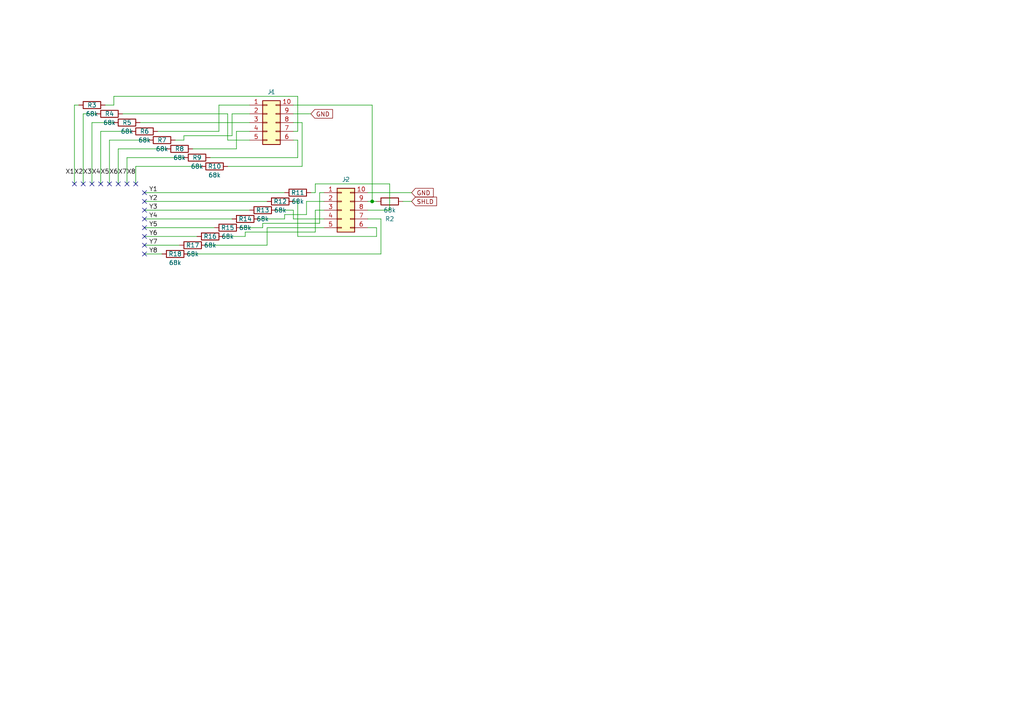
<source format=kicad_sch>
(kicad_sch (version 20230121) (generator eeschema)
  (paper "A4")
  (title_block (title "BauMaus"))
  (lib_symbols
    (symbol "Conn_02x05_Counter_Clockwise_1" (pin_names (offset 1.016) hide)
      (property "Reference" "J1" (at 1.27 8.89 0))
      (property "Value" "~" (at 1.27 8.89 0))
      (symbol "Conn_02x05_Counter_Clockwise_1_1_1"
        (rectangle (start -1.27 -4.953) (end 0 -5.207) (stroke (width 0.1524)))
        (rectangle (start -1.27 -2.413) (end 0 -2.667) (stroke (width 0.1524)))
        (rectangle (start -1.27 0.127) (end 0 -0.127) (stroke (width 0.1524)))
        (rectangle (start -1.27 2.667) (end 0 2.413) (stroke (width 0.1524)))
        (rectangle (start -1.27 5.207) (end 0 4.953) (stroke (width 0.1524)))
        (rectangle (start -1.27 6.35) (end 3.81 -6.35) (stroke (width 0.254)) (fill (type background)))
        (rectangle (start 3.81 -4.953) (end 2.54 -5.207) (stroke (width 0.1524)))
        (rectangle (start 3.81 -2.413) (end 2.54 -2.667) (stroke (width 0.1524)))
        (rectangle (start 3.81 0.127) (end 2.54 -0.127) (stroke (width 0.1524)))
        (rectangle (start 3.81 2.667) (end 2.54 2.413) (stroke (width 0.1524)))
        (rectangle (start 3.81 5.207) (end 2.54 4.953) (stroke (width 0.1524)))
        (pin bidirectional line (at -5.08 5.08 0) (length 3.81) (name "Pin_1") (number "1"))
        (pin output line (at 7.62 5.08 180) (length 3.81) (name "Pin_10") (number "10"))
        (pin bidirectional line (at -5.08 2.54 0) (length 3.81) (name "Pin_2") (number "2"))
        (pin bidirectional line (at -5.08 0 0) (length 3.81) (name "Pin_3") (number "3"))
        (pin bidirectional line (at -5.08 -2.54 0) (length 3.81) (name "Pin_4") (number "4"))
        (pin bidirectional line (at -5.08 -5.08 0) (length 3.81) (name "Pin_5") (number "5"))
        (pin bidirectional line (at 7.62 -5.08 180) (length 3.81) (name "Pin_6") (number "6"))
        (pin bidirectional line (at 7.62 -2.54 180) (length 3.81) (name "Pin_7") (number "7"))
        (pin bidirectional line (at 7.62 0 180) (length 3.81) (name "Pin_8") (number "8"))
        (pin power_out line (at 7.62 2.54 180) (length 3.81) (name "Pin_9") (number "9"))
      )
    )
    (symbol "Connector_Generic:Conn_02x05_Counter_Clockwise" (pin_names (offset 1.016) hide)
      (property "Reference" "J2" (at 1.27 8.89 0))
      (property "Value" "~" (at 1.27 8.89 0))
      (symbol "Conn_02x05_Counter_Clockwise_1_1"
        (rectangle (start -1.27 -4.953) (end 0 -5.207) (stroke (width 0.1524)))
        (rectangle (start -1.27 -2.413) (end 0 -2.667) (stroke (width 0.1524)))
        (rectangle (start -1.27 0.127) (end 0 -0.127) (stroke (width 0.1524)))
        (rectangle (start -1.27 2.667) (end 0 2.413) (stroke (width 0.1524)))
        (rectangle (start -1.27 5.207) (end 0 4.953) (stroke (width 0.1524)))
        (rectangle (start -1.27 6.35) (end 3.81 -6.35) (stroke (width 0.254)) (fill (type background)))
        (rectangle (start 3.81 -4.953) (end 2.54 -5.207) (stroke (width 0.1524)))
        (rectangle (start 3.81 -2.413) (end 2.54 -2.667) (stroke (width 0.1524)))
        (rectangle (start 3.81 0.127) (end 2.54 -0.127) (stroke (width 0.1524)))
        (rectangle (start 3.81 2.667) (end 2.54 2.413) (stroke (width 0.1524)))
        (rectangle (start 3.81 5.207) (end 2.54 4.953) (stroke (width 0.1524)))
        (pin passive line (at -5.08 5.08 0) (length 3.81) (name "Pin_1") (number "1"))
        (pin power_out line (at 7.62 5.08 180) (length 3.81) (name "Pin_10") (number "10"))
        (pin passive line (at -5.08 2.54 0) (length 3.81) (name "Pin_2") (number "2"))
        (pin passive line (at -5.08 0 0) (length 3.81) (name "Pin_3") (number "3"))
        (pin passive line (at -5.08 -2.54 0) (length 3.81) (name "Pin_4") (number "4"))
        (pin passive line (at -5.08 -5.08 0) (length 3.81) (name "Pin_5") (number "5"))
        (pin passive line (at 7.62 -5.08 180) (length 3.81) (name "Pin_6") (number "6"))
        (pin passive line (at 7.62 -2.54 180) (length 3.81) (name "Pin_7") (number "7"))
        (pin passive line (at 7.62 0 180) (length 3.81) (name "Pin_8") (number "8"))
        (pin output line (at 7.62 2.54 180) (length 3.81) (name "Pin_9") (number "9"))
      )
    )
    (symbol "Device:R" (pin_numbers hide) (pin_names (offset 0))
      (property "Reference" "R" (at 2.032 0 90))
      (property "Value" "R" (at 0 0 90))
      (symbol "R_0_1"
        (rectangle (start -1.016 -2.54) (end 1.016 2.54) (stroke (width 0.254)))
      )
      (symbol "R_1_1"
        (pin passive line (at 0 3.81 270) (length 1.27) (name "~") (number "1"))
        (pin passive line (at 0 -3.81 90) (length 1.27) (name "~") (number "2"))
      )
    )
  )
  (junction (at 107.95 58.42))
  (no_connect (at 34.29 53.34))
  (no_connect (at 41.91 58.42))
  (no_connect (at 21.59 53.34))
  (no_connect (at 41.91 55.88))
  (no_connect (at 26.67 53.34))
  (no_connect (at 41.91 63.5))
  (no_connect (at 39.37 53.34))
  (no_connect (at 41.91 68.58))
  (no_connect (at 29.21 53.34))
  (no_connect (at 41.91 66.04))
  (no_connect (at 41.91 71.12))
  (no_connect (at 41.91 60.96))
  (no_connect (at 41.91 73.66))
  (no_connect (at 24.13 53.34))
  (no_connect (at 36.83 53.34))
  (no_connect (at 31.75 53.34))
  (wire (pts (xy 85.09 63.5) (xy 85.09 60.96)))
  (wire (pts (xy 27.94 33.02) (xy 24.13 33.02)))
  (wire (pts (xy 39.37 48.26) (xy 39.37 53.34)))
  (wire (pts (xy 93.98 58.42) (xy 88.9 58.42)))
  (wire (pts (xy 91.44 53.34) (xy 91.44 55.88)))
  (wire (pts (xy 41.91 60.96) (xy 72.39 60.96)))
  (wire (pts (xy 38.1 38.1) (xy 29.21 38.1)))
  (wire (pts (xy 93.98 60.96) (xy 91.44 60.96)))
  (wire (pts (xy 110.49 73.66) (xy 54.61 73.66)))
  (wire (pts (xy 41.91 58.42) (xy 77.47 58.42)))
  (wire (pts (xy 59.69 71.12) (xy 77.47 71.12)))
  (wire (pts (xy 53.34 39.37) (xy 53.34 40.64)))
  (wire (pts (xy 91.44 60.96) (xy 91.44 67.31)))
  (wire (pts (xy 53.34 45.72) (xy 36.83 45.72)))
  (wire (pts (xy 36.83 45.72) (xy 36.83 53.34)))
  (wire (pts (xy 113.03 53.34) (xy 91.44 53.34)))
  (wire (pts (xy 86.36 68.58) (xy 86.36 58.42)))
  (wire (pts (xy 48.26 43.18) (xy 34.29 43.18)))
  (wire (pts (xy 87.63 35.56) (xy 87.63 48.26)))
  (wire (pts (xy 72.39 38.1) (xy 68.58 38.1)))
  (wire (pts (xy 85.09 60.96) (xy 80.01 60.96)))
  (wire (pts (xy 24.13 33.02) (xy 24.13 53.34)))
  (wire (pts (xy 33.02 35.56) (xy 26.67 35.56)))
  (wire (pts (xy 82.55 62.23) (xy 82.55 63.5)))
  (wire (pts (xy 92.71 64.77) (xy 76.2 64.77)))
  (wire (pts (xy 91.44 55.88) (xy 90.17 55.88)))
  (wire (pts (xy 85.09 30.48) (xy 107.95 30.48)))
  (wire (pts (xy 86.36 27.94) (xy 33.02 27.94)))
  (wire (pts (xy 74.93 63.5) (xy 82.55 63.5)))
  (wire (pts (xy 116.84 58.42) (xy 119.38 58.42)))
  (wire (pts (xy 63.5 30.48) (xy 63.5 38.1)))
  (wire (pts (xy 106.68 60.96) (xy 113.03 60.96)))
  (wire (pts (xy 40.64 35.56) (xy 72.39 35.56)))
  (wire (pts (xy 109.22 68.58) (xy 86.36 68.58)))
  (wire (pts (xy 66.04 33.02) (xy 66.04 40.64)))
  (wire (pts (xy 86.36 40.64) (xy 86.36 45.72)))
  (wire (pts (xy 86.36 58.42) (xy 85.09 58.42)))
  (wire (pts (xy 76.2 64.77) (xy 76.2 66.04)))
  (wire (pts (xy 72.39 30.48) (xy 63.5 30.48)))
  (wire (pts (xy 41.91 68.58) (xy 57.15 68.58)))
  (wire (pts (xy 43.18 40.64) (xy 31.75 40.64)))
  (wire (pts (xy 85.09 33.02) (xy 90.17 33.02)))
  (wire (pts (xy 22.86 30.48) (xy 21.59 30.48)))
  (wire (pts (xy 34.29 43.18) (xy 34.29 53.34)))
  (wire (pts (xy 93.98 55.88) (xy 92.71 55.88)))
  (wire (pts (xy 45.72 38.1) (xy 63.5 38.1)))
  (wire (pts (xy 31.75 40.64) (xy 31.75 53.34)))
  (wire (pts (xy 21.59 30.48) (xy 21.59 53.34)))
  (wire (pts (xy 29.21 38.1) (xy 29.21 53.34)))
  (wire (pts (xy 92.71 55.88) (xy 92.71 64.77)))
  (wire (pts (xy 41.91 66.04) (xy 62.23 66.04)))
  (wire (pts (xy 71.12 67.31) (xy 71.12 68.58)))
  (wire (pts (xy 86.36 45.72) (xy 60.96 45.72)))
  (wire (pts (xy 91.44 67.31) (xy 71.12 67.31)))
  (wire (pts (xy 58.42 48.26) (xy 39.37 48.26)))
  (wire (pts (xy 110.49 63.5) (xy 110.49 73.66)))
  (wire (pts (xy 113.03 60.96) (xy 113.03 53.34)))
  (wire (pts (xy 41.91 63.5) (xy 67.31 63.5)))
  (wire (pts (xy 85.09 38.1) (xy 86.36 38.1)))
  (wire (pts (xy 35.56 33.02) (xy 66.04 33.02)))
  (wire (pts (xy 85.09 40.64) (xy 86.36 40.64)))
  (wire (pts (xy 41.91 55.88) (xy 82.55 55.88)))
  (wire (pts (xy 106.68 58.42) (xy 107.95 58.42)))
  (wire (pts (xy 119.38 55.88) (xy 106.68 55.88)))
  (wire (pts (xy 41.91 71.12) (xy 52.07 71.12)))
  (wire (pts (xy 26.67 35.56) (xy 26.67 53.34)))
  (wire (pts (xy 50.8 40.64) (xy 53.34 40.64)))
  (wire (pts (xy 72.39 40.64) (xy 66.04 40.64)))
  (wire (pts (xy 107.95 30.48) (xy 107.95 58.42)))
  (wire (pts (xy 85.09 35.56) (xy 87.63 35.56)))
  (wire (pts (xy 93.98 66.04) (xy 77.47 66.04)))
  (wire (pts (xy 71.12 68.58) (xy 64.77 68.58)))
  (wire (pts (xy 33.02 27.94) (xy 33.02 30.48)))
  (wire (pts (xy 88.9 58.42) (xy 88.9 62.23)))
  (wire (pts (xy 77.47 66.04) (xy 77.47 71.12)))
  (wire (pts (xy 69.85 66.04) (xy 76.2 66.04)))
  (wire (pts (xy 109.22 66.04) (xy 109.22 68.58)))
  (wire (pts (xy 88.9 62.23) (xy 82.55 62.23)))
  (wire (pts (xy 106.68 63.5) (xy 110.49 63.5)))
  (wire (pts (xy 93.98 63.5) (xy 85.09 63.5)))
  (wire (pts (xy 68.58 38.1) (xy 68.58 43.18)))
  (wire (pts (xy 107.95 58.42) (xy 109.22 58.42)))
  (wire (pts (xy 72.39 33.02) (xy 67.31 33.02)))
  (wire (pts (xy 67.31 39.37) (xy 53.34 39.37)))
  (wire (pts (xy 33.02 30.48) (xy 30.48 30.48)))
  (wire (pts (xy 41.91 73.66) (xy 46.99 73.66)))
  (wire (pts (xy 55.88 43.18) (xy 68.58 43.18)))
  (wire (pts (xy 87.63 48.26) (xy 66.04 48.26)))
  (wire (pts (xy 106.68 66.04) (xy 109.22 66.04)))
  (wire (pts (xy 67.31 33.02) (xy 67.31 39.37)))
  (wire (pts (xy 86.36 38.1) (xy 86.36 27.94)))
  (label "X6" (at 34.29 50.8 180))
  (label "Y3" (at 45.72 60.96 180))
  (label "X7" (at 36.83 50.8 180))
  (label "X3" (at 26.67 50.8 180))
  (label "X8" (at 39.37 50.8 180))
  (label "X1" (at 21.59 50.8 180))
  (label "Y1" (at 45.72 55.88 180))
  (label "Y5" (at 45.72 66.04 180))
  (label "X2" (at 24.13 50.8 180))
  (label "Y4" (at 45.72 63.5 180))
  (label "X5" (at 31.75 50.8 180))
  (label "Y7" (at 45.72 71.12 180))
  (label "Y8" (at 45.72 73.66 180))
  (label "Y6" (at 45.72 68.58 180))
  (label "Y2" (at 45.72 58.42 180))
  (label "X4" (at 29.21 50.8 180))
  (global_label "GND" (shape input) (at 90.17 33.02 0) (property "Intersheetrefs" "${INTERSHEET_REFS}" (effects hide)))
  (global_label "SHLD" (shape input) (at 119.38 58.42 0) (property "Intersheetrefs" "${INTERSHEET_REFS}" (effects hide)))
  (global_label "GND" (shape input) (at 119.38 55.88 0) (property "Intersheetrefs" "${INTERSHEET_REFS}" (effects hide)))
  (symbol (lib_id "Device:R") (at 46.99 40.64 270) (unit 1)
    (property "Reference" "R7" (at 46.99 40.64 90))
    (property "Value" "68k" (at 46.99 43.18 90))
    (property "Footprint" "Resistor_SMD:R_0805_2012Metric_Pad1.20x1.40mm_HandSolder" (effects hide))
  )
  (symbol (lib_id "Device:R") (at 113.03 58.42 270) (unit 1)
    (property "Reference" "R2" (at 113.03 63.5 90))
    (property "Value" "68k" (at 113.03 60.96 90))
    (property "Footprint" "Resistor_SMD:R_0805_2012Metric_Pad1.20x1.40mm_HandSolder" (effects hide))
  )
  (symbol (lib_id "Device:R") (at 31.75 33.02 270) (unit 1)
    (property "Reference" "R4" (at 31.75 33.02 90))
    (property "Value" "68k" (at 31.75 35.56 90))
    (property "Footprint" "Resistor_SMD:R_0805_2012Metric_Pad1.20x1.40mm_HandSolder" (effects hide))
  )
  (symbol (lib_id "Device:R") (at 41.91 38.1 270) (unit 1)
    (property "Reference" "R6" (at 41.91 38.1 90))
    (property "Value" "68k" (at 41.91 40.64 90))
    (property "Footprint" "Resistor_SMD:R_0805_2012Metric_Pad1.20x1.40mm_HandSolder" (effects hide))
  )
  (symbol (lib_id "Device:R") (at 26.67 30.48 270) (unit 1)
    (property "Reference" "R3" (at 26.67 30.48 90))
    (property "Value" "68k" (at 26.67 33.02 90))
    (property "Footprint" "Resistor_SMD:R_0805_2012Metric_Pad1.20x1.40mm_HandSolder" (effects hide))
  )
  (symbol (lib_id "Device:R") (at 50.8 73.66 270) (unit 1)
    (property "Reference" "R18" (at 50.8 73.66 90))
    (property "Value" "68k" (at 50.8 76.2 90))
    (property "Footprint" "Resistor_SMD:R_0805_2012Metric_Pad1.20x1.40mm_HandSolder" (effects hide))
  )
  (symbol (lib_id "Device:R") (at 55.88 71.12 270) (unit 1)
    (property "Reference" "R17" (at 55.88 71.12 90))
    (property "Value" "68k" (at 55.88 73.66 90))
    (property "Footprint" "Resistor_SMD:R_0805_2012Metric_Pad1.20x1.40mm_HandSolder" (effects hide))
  )
  (symbol (lib_id "Device:R") (at 86.36 55.88 270) (unit 1)
    (property "Reference" "R11" (at 86.36 55.88 90))
    (property "Value" "68k" (at 86.36 58.42 90))
    (property "Footprint" "Resistor_SMD:R_0805_2012Metric_Pad1.20x1.40mm_HandSolder" (effects hide))
  )
  (symbol (lib_id "Device:R") (at 36.83 35.56 270) (unit 1)
    (property "Reference" "R5" (at 36.83 35.56 90))
    (property "Value" "68k" (at 36.83 38.1 90))
    (property "Footprint" "Resistor_SMD:R_0805_2012Metric_Pad1.20x1.40mm_HandSolder" (effects hide))
  )
  (symbol (lib_id "Device:R") (at 60.96 68.58 270) (unit 1)
    (property "Reference" "R16" (at 60.96 68.58 90))
    (property "Value" "68k" (at 60.96 71.12 90))
    (property "Footprint" "Resistor_SMD:R_0805_2012Metric_Pad1.20x1.40mm_HandSolder" (effects hide))
  )
  (symbol (lib_id "Connector_Generic:Conn_02x05_Counter_Clockwise") (at 99.06 60.96 0) (unit 1)
    (property "Reference" "J2" (at 100.33 52.07 0))
    (property "Value" "~" (at 100.33 52.07 0))
    (property "Footprint" "Connector_PinSocket_1.27mm:PinSocket_2x05_P1.27mm_Vertical_SMD" (effects hide))
  )
  (symbol (lib_id "Device:R") (at 57.15 45.72 270) (unit 1)
    (property "Reference" "R9" (at 57.15 45.72 90))
    (property "Value" "68k" (at 57.15 48.26 90))
    (property "Footprint" "Resistor_SMD:R_0805_2012Metric_Pad1.20x1.40mm_HandSolder" (effects hide))
  )
  (symbol (lib_id "Device:R") (at 62.23 48.26 270) (unit 1)
    (property "Reference" "R10" (at 62.23 48.26 90))
    (property "Value" "68k" (at 62.23 50.8 90))
    (property "Footprint" "Resistor_SMD:R_0805_2012Metric_Pad1.20x1.40mm_HandSolder" (effects hide))
  )
  (symbol (lib_id "Device:R") (at 66.04 66.04 270) (unit 1)
    (property "Reference" "R15" (at 66.04 66.04 90))
    (property "Value" "68k" (at 66.04 68.58 90))
    (property "Footprint" "Resistor_SMD:R_0805_2012Metric_Pad1.20x1.40mm_HandSolder" (effects hide))
  )
  (symbol (lib_id "Device:R") (at 76.2 60.96 270) (unit 1)
    (property "Reference" "R13" (at 76.2 60.96 90))
    (property "Value" "68k" (at 76.2 63.5 90))
    (property "Footprint" "Resistor_SMD:R_0805_2012Metric_Pad1.20x1.40mm_HandSolder" (effects hide))
  )
  (symbol (lib_id "Device:R") (at 81.28 58.42 270) (unit 1)
    (property "Reference" "R12" (at 81.28 58.42 90))
    (property "Value" "68k" (at 81.28 60.96 90))
    (property "Footprint" "Resistor_SMD:R_0805_2012Metric_Pad1.20x1.40mm_HandSolder" (effects hide))
  )
  (symbol (lib_id "Device:R") (at 52.07 43.18 270) (unit 1)
    (property "Reference" "R8" (at 52.07 43.18 90))
    (property "Value" "68k" (at 52.07 45.72 90))
    (property "Footprint" "Resistor_SMD:R_0805_2012Metric_Pad1.20x1.40mm_HandSolder" (effects hide))
  )
  (symbol (lib_id "Device:R") (at 71.12 63.5 270) (unit 1)
    (property "Reference" "R14" (at 71.12 63.5 90))
    (property "Value" "68k" (at 71.12 66.04 90))
    (property "Footprint" "Resistor_SMD:R_0805_2012Metric_Pad1.20x1.40mm_HandSolder" (effects hide))
  )
  (symbol (lib_name "Conn_02x05_Counter_Clockwise_1") (lib_id "Connector_Generic:Conn_02x05_Counter_Clockwise") (at 77.47 35.56 0) (unit 1)
    (property "Reference" "J1" (at 78.74 26.67 0))
    (property "Value" "~" (at 78.74 26.67 0))
    (property "Footprint" "Connector_PinSocket_1.27mm:PinSocket_2x05_P1.27mm_Vertical_SMD" (effects hide))
  )
)
</source>
